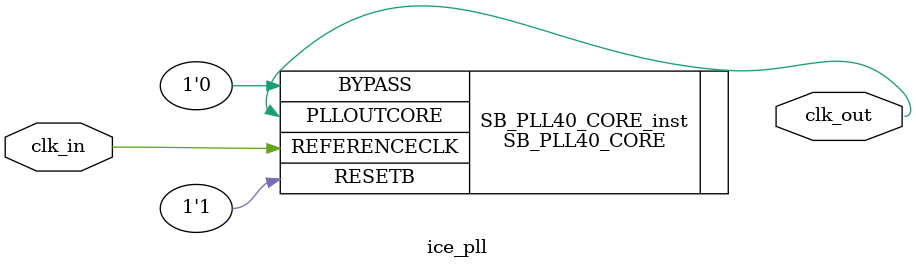
<source format=v>
module ice_pll(input clk_in, output clk_out);
    SB_PLL40_CORE #(
        .FEEDBACK_PATH("SIMPLE"),
        .PLLOUT_SELECT("GENCLK"),
        .DIVR(4'b1001),
        .DIVF(7'b1010000),
        .DIVQ(3'b101),
        .FILTER_RANGE(3'b001),
    ) SB_PLL40_CORE_inst (
        .RESETB(1'b1),
        .BYPASS(1'b0),
        .PLLOUTCORE(clk_out),
        .REFERENCECLK(clk_in)
   );
endmodule
</source>
